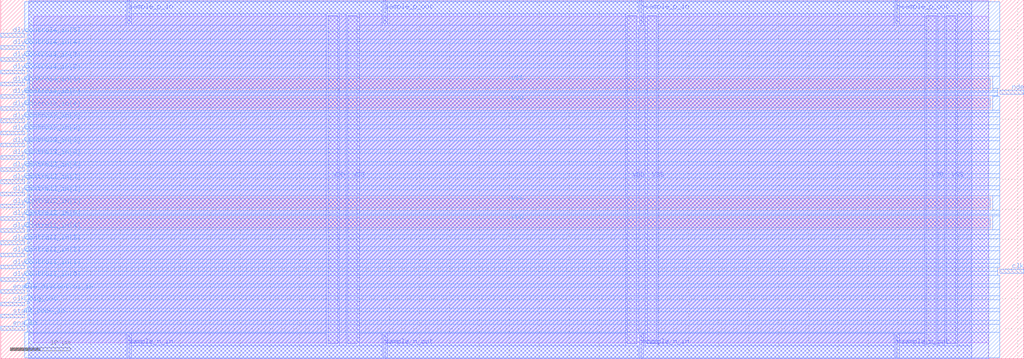
<source format=lef>
VERSION 5.7 ;
  NOWIREEXTENSIONATPIN ON ;
  DIVIDERCHAR "/" ;
  BUSBITCHARS "[]" ;
MACRO adc_clkgen_with_edgedetect
  CLASS BLOCK ;
  FOREIGN adc_clkgen_with_edgedetect ;
  ORIGIN 0.000 0.000 ;
  SIZE 171.000 BY 60.000 ;
  PIN VDD
    DIRECTION INOUT ;
    USE POWER ;
    PORT
      LAYER met2 ;
        RECT 54.720 2.480 56.320 57.360 ;
    END
    PORT
      LAYER met2 ;
        RECT 104.720 2.480 106.320 57.360 ;
    END
    PORT
      LAYER met2 ;
        RECT 154.720 2.480 156.320 57.360 ;
    END
    PORT
      LAYER met3 ;
        RECT 5.280 21.920 165.380 23.520 ;
    END
    PORT
      LAYER met3 ;
        RECT 5.280 41.920 165.380 43.520 ;
    END
  END VDD
  PIN VSS
    DIRECTION INOUT ;
    USE GROUND ;
    PORT
      LAYER met2 ;
        RECT 58.020 2.480 59.620 57.360 ;
    END
    PORT
      LAYER met2 ;
        RECT 108.020 2.480 109.620 57.360 ;
    END
    PORT
      LAYER met2 ;
        RECT 158.020 2.480 159.620 57.360 ;
    END
    PORT
      LAYER met3 ;
        RECT 5.280 25.220 165.380 26.820 ;
    END
    PORT
      LAYER met3 ;
        RECT 5.280 45.220 165.380 46.820 ;
    END
  END VSS
  PIN clk_comp_out
    DIRECTION OUTPUT TRISTATE ;
    USE SIGNAL ;
    PORT
      LAYER met3 ;
        RECT 167.000 14.320 171.000 14.920 ;
    END
  END clk_comp_out
  PIN clk_dig_out
    DIRECTION OUTPUT TRISTATE ;
    USE SIGNAL ;
    PORT
      LAYER met3 ;
        RECT 0.000 8.880 4.000 9.480 ;
    END
  END clk_dig_out
  PIN dlycontrol1_in[0]
    DIRECTION INPUT ;
    USE SIGNAL ;
    PORT
      LAYER met3 ;
        RECT 0.000 12.960 4.000 13.560 ;
    END
  END dlycontrol1_in[0]
  PIN dlycontrol1_in[1]
    DIRECTION INPUT ;
    USE SIGNAL ;
    PORT
      LAYER met3 ;
        RECT 0.000 15.000 4.000 15.600 ;
    END
  END dlycontrol1_in[1]
  PIN dlycontrol1_in[2]
    DIRECTION INPUT ;
    USE SIGNAL ;
    PORT
      LAYER met3 ;
        RECT 0.000 17.040 4.000 17.640 ;
    END
  END dlycontrol1_in[2]
  PIN dlycontrol1_in[3]
    DIRECTION INPUT ;
    USE SIGNAL ;
    PORT
      LAYER met3 ;
        RECT 0.000 19.080 4.000 19.680 ;
    END
  END dlycontrol1_in[3]
  PIN dlycontrol1_in[4]
    DIRECTION INPUT ;
    USE SIGNAL ;
    PORT
      LAYER met3 ;
        RECT 0.000 21.120 4.000 21.720 ;
    END
  END dlycontrol1_in[4]
  PIN dlycontrol2_in[0]
    DIRECTION INPUT ;
    USE SIGNAL ;
    PORT
      LAYER met3 ;
        RECT 0.000 23.160 4.000 23.760 ;
    END
  END dlycontrol2_in[0]
  PIN dlycontrol2_in[1]
    DIRECTION INPUT ;
    USE SIGNAL ;
    PORT
      LAYER met3 ;
        RECT 0.000 25.200 4.000 25.800 ;
    END
  END dlycontrol2_in[1]
  PIN dlycontrol2_in[2]
    DIRECTION INPUT ;
    USE SIGNAL ;
    PORT
      LAYER met3 ;
        RECT 0.000 27.240 4.000 27.840 ;
    END
  END dlycontrol2_in[2]
  PIN dlycontrol2_in[3]
    DIRECTION INPUT ;
    USE SIGNAL ;
    PORT
      LAYER met3 ;
        RECT 0.000 29.280 4.000 29.880 ;
    END
  END dlycontrol2_in[3]
  PIN dlycontrol2_in[4]
    DIRECTION INPUT ;
    USE SIGNAL ;
    PORT
      LAYER met3 ;
        RECT 0.000 31.320 4.000 31.920 ;
    END
  END dlycontrol2_in[4]
  PIN dlycontrol3_in[0]
    DIRECTION INPUT ;
    USE SIGNAL ;
    PORT
      LAYER met3 ;
        RECT 0.000 33.360 4.000 33.960 ;
    END
  END dlycontrol3_in[0]
  PIN dlycontrol3_in[1]
    DIRECTION INPUT ;
    USE SIGNAL ;
    PORT
      LAYER met3 ;
        RECT 0.000 35.400 4.000 36.000 ;
    END
  END dlycontrol3_in[1]
  PIN dlycontrol3_in[2]
    DIRECTION INPUT ;
    USE SIGNAL ;
    PORT
      LAYER met3 ;
        RECT 0.000 37.440 4.000 38.040 ;
    END
  END dlycontrol3_in[2]
  PIN dlycontrol3_in[3]
    DIRECTION INPUT ;
    USE SIGNAL ;
    PORT
      LAYER met3 ;
        RECT 0.000 39.480 4.000 40.080 ;
    END
  END dlycontrol3_in[3]
  PIN dlycontrol3_in[4]
    DIRECTION INPUT ;
    USE SIGNAL ;
    PORT
      LAYER met3 ;
        RECT 0.000 41.520 4.000 42.120 ;
    END
  END dlycontrol3_in[4]
  PIN dlycontrol4_in[0]
    DIRECTION INPUT ;
    USE SIGNAL ;
    PORT
      LAYER met3 ;
        RECT 0.000 43.560 4.000 44.160 ;
    END
  END dlycontrol4_in[0]
  PIN dlycontrol4_in[1]
    DIRECTION INPUT ;
    USE SIGNAL ;
    PORT
      LAYER met3 ;
        RECT 0.000 45.600 4.000 46.200 ;
    END
  END dlycontrol4_in[1]
  PIN dlycontrol4_in[2]
    DIRECTION INPUT ;
    USE SIGNAL ;
    PORT
      LAYER met3 ;
        RECT 0.000 47.640 4.000 48.240 ;
    END
  END dlycontrol4_in[2]
  PIN dlycontrol4_in[3]
    DIRECTION INPUT ;
    USE SIGNAL ;
    PORT
      LAYER met3 ;
        RECT 0.000 49.680 4.000 50.280 ;
    END
  END dlycontrol4_in[3]
  PIN dlycontrol4_in[4]
    DIRECTION INPUT ;
    USE SIGNAL ;
    PORT
      LAYER met3 ;
        RECT 0.000 51.720 4.000 52.320 ;
    END
  END dlycontrol4_in[4]
  PIN dlycontrol4_in[5]
    DIRECTION INPUT ;
    USE SIGNAL ;
    PORT
      LAYER met3 ;
        RECT 0.000 53.760 4.000 54.360 ;
    END
  END dlycontrol4_in[5]
  PIN ena_in
    DIRECTION INPUT ;
    USE SIGNAL ;
    PORT
      LAYER met3 ;
        RECT 0.000 4.800 4.000 5.400 ;
    END
  END ena_in
  PIN enable_dlycontrol_in
    DIRECTION INPUT ;
    USE SIGNAL ;
    PORT
      LAYER met3 ;
        RECT 0.000 10.920 4.000 11.520 ;
    END
  END enable_dlycontrol_in
  PIN ndecision_finish_in
    DIRECTION INPUT ;
    USE SIGNAL ;
    PORT
      LAYER met3 ;
        RECT 167.000 44.240 171.000 44.840 ;
    END
  END ndecision_finish_in
  PIN nsample_n_in
    DIRECTION INPUT ;
    USE SIGNAL ;
    PORT
      LAYER met2 ;
        RECT 106.810 0.000 107.090 4.000 ;
    END
  END nsample_n_in
  PIN nsample_n_out
    DIRECTION OUTPUT TRISTATE ;
    USE SIGNAL ;
    PORT
      LAYER met2 ;
        RECT 149.590 0.000 149.870 4.000 ;
    END
  END nsample_n_out
  PIN nsample_p_in
    DIRECTION INPUT ;
    USE SIGNAL ;
    PORT
      LAYER met2 ;
        RECT 106.810 56.000 107.090 60.000 ;
    END
  END nsample_p_in
  PIN nsample_p_out
    DIRECTION OUTPUT TRISTATE ;
    USE SIGNAL ;
    PORT
      LAYER met2 ;
        RECT 149.590 56.000 149.870 60.000 ;
    END
  END nsample_p_out
  PIN sample_n_in
    DIRECTION INPUT ;
    USE SIGNAL ;
    PORT
      LAYER met2 ;
        RECT 21.250 0.000 21.530 4.000 ;
    END
  END sample_n_in
  PIN sample_n_out
    DIRECTION OUTPUT TRISTATE ;
    USE SIGNAL ;
    PORT
      LAYER met2 ;
        RECT 64.030 0.000 64.310 4.000 ;
    END
  END sample_n_out
  PIN sample_p_in
    DIRECTION INPUT ;
    USE SIGNAL ;
    PORT
      LAYER met2 ;
        RECT 21.250 56.000 21.530 60.000 ;
    END
  END sample_p_in
  PIN sample_p_out
    DIRECTION OUTPUT TRISTATE ;
    USE SIGNAL ;
    PORT
      LAYER met2 ;
        RECT 64.030 56.000 64.310 60.000 ;
    END
  END sample_p_out
  PIN start_conv_in
    DIRECTION INPUT ;
    USE SIGNAL ;
    PORT
      LAYER met3 ;
        RECT 0.000 6.840 4.000 7.440 ;
    END
  END start_conv_in
  OBS
      LAYER li1 ;
        RECT 5.520 2.635 165.140 57.205 ;
      LAYER met1 ;
        RECT 4.670 0.040 165.140 59.800 ;
      LAYER met2 ;
        RECT 4.690 55.720 20.970 59.830 ;
        RECT 21.810 57.640 63.750 59.830 ;
        RECT 21.810 55.720 54.440 57.640 ;
        RECT 4.690 4.280 54.440 55.720 ;
        RECT 4.690 0.010 20.970 4.280 ;
        RECT 21.810 2.200 54.440 4.280 ;
        RECT 56.600 2.200 57.740 57.640 ;
        RECT 59.900 55.720 63.750 57.640 ;
        RECT 64.590 57.640 106.530 59.830 ;
        RECT 107.370 57.640 149.310 59.830 ;
        RECT 64.590 55.720 104.440 57.640 ;
        RECT 107.370 55.720 107.740 57.640 ;
        RECT 59.900 4.280 104.440 55.720 ;
        RECT 106.600 4.280 107.740 55.720 ;
        RECT 59.900 2.200 63.750 4.280 ;
        RECT 21.810 0.010 63.750 2.200 ;
        RECT 64.590 2.200 104.440 4.280 ;
        RECT 107.370 2.200 107.740 4.280 ;
        RECT 109.900 55.720 149.310 57.640 ;
        RECT 150.150 57.640 162.280 59.830 ;
        RECT 150.150 55.720 154.440 57.640 ;
        RECT 109.900 4.280 154.440 55.720 ;
        RECT 109.900 2.200 149.310 4.280 ;
        RECT 64.590 0.010 106.530 2.200 ;
        RECT 107.370 0.010 149.310 2.200 ;
        RECT 150.150 2.200 154.440 4.280 ;
        RECT 156.600 2.200 157.740 57.640 ;
        RECT 159.900 2.200 162.280 57.640 ;
        RECT 150.150 0.010 162.280 2.200 ;
      LAYER met3 ;
        RECT 3.990 54.760 167.000 59.665 ;
        RECT 4.400 53.360 167.000 54.760 ;
        RECT 3.990 52.720 167.000 53.360 ;
        RECT 4.400 51.320 167.000 52.720 ;
        RECT 3.990 50.680 167.000 51.320 ;
        RECT 4.400 49.280 167.000 50.680 ;
        RECT 3.990 48.640 167.000 49.280 ;
        RECT 4.400 47.240 167.000 48.640 ;
        RECT 3.990 47.220 167.000 47.240 ;
        RECT 3.990 46.600 4.880 47.220 ;
        RECT 4.400 45.200 4.880 46.600 ;
        RECT 3.990 44.820 4.880 45.200 ;
        RECT 165.780 45.240 167.000 47.220 ;
        RECT 165.780 44.820 166.600 45.240 ;
        RECT 3.990 44.560 166.600 44.820 ;
        RECT 4.400 43.920 166.600 44.560 ;
        RECT 4.400 43.160 4.880 43.920 ;
        RECT 3.990 42.520 4.880 43.160 ;
        RECT 4.400 41.520 4.880 42.520 ;
        RECT 165.780 43.840 166.600 43.920 ;
        RECT 165.780 41.520 167.000 43.840 ;
        RECT 4.400 41.120 167.000 41.520 ;
        RECT 3.990 40.480 167.000 41.120 ;
        RECT 4.400 39.080 167.000 40.480 ;
        RECT 3.990 38.440 167.000 39.080 ;
        RECT 4.400 37.040 167.000 38.440 ;
        RECT 3.990 36.400 167.000 37.040 ;
        RECT 4.400 35.000 167.000 36.400 ;
        RECT 3.990 34.360 167.000 35.000 ;
        RECT 4.400 32.960 167.000 34.360 ;
        RECT 3.990 32.320 167.000 32.960 ;
        RECT 4.400 30.920 167.000 32.320 ;
        RECT 3.990 30.280 167.000 30.920 ;
        RECT 4.400 28.880 167.000 30.280 ;
        RECT 3.990 28.240 167.000 28.880 ;
        RECT 4.400 27.220 167.000 28.240 ;
        RECT 4.400 26.840 4.880 27.220 ;
        RECT 3.990 26.200 4.880 26.840 ;
        RECT 4.400 24.820 4.880 26.200 ;
        RECT 165.780 24.820 167.000 27.220 ;
        RECT 4.400 24.800 167.000 24.820 ;
        RECT 3.990 24.160 167.000 24.800 ;
        RECT 4.400 23.920 167.000 24.160 ;
        RECT 4.400 22.760 4.880 23.920 ;
        RECT 3.990 22.120 4.880 22.760 ;
        RECT 4.400 21.520 4.880 22.120 ;
        RECT 165.780 21.520 167.000 23.920 ;
        RECT 4.400 20.720 167.000 21.520 ;
        RECT 3.990 20.080 167.000 20.720 ;
        RECT 4.400 18.680 167.000 20.080 ;
        RECT 3.990 18.040 167.000 18.680 ;
        RECT 4.400 16.640 167.000 18.040 ;
        RECT 3.990 16.000 167.000 16.640 ;
        RECT 4.400 15.320 167.000 16.000 ;
        RECT 4.400 14.600 166.600 15.320 ;
        RECT 3.990 13.960 166.600 14.600 ;
        RECT 4.400 13.920 166.600 13.960 ;
        RECT 4.400 12.560 167.000 13.920 ;
        RECT 3.990 11.920 167.000 12.560 ;
        RECT 4.400 10.520 167.000 11.920 ;
        RECT 3.990 9.880 167.000 10.520 ;
        RECT 4.400 8.480 167.000 9.880 ;
        RECT 3.990 7.840 167.000 8.480 ;
        RECT 4.400 6.440 167.000 7.840 ;
        RECT 3.990 5.800 167.000 6.440 ;
        RECT 4.400 4.400 167.000 5.800 ;
        RECT 3.990 0.175 167.000 4.400 ;
  END
END adc_clkgen_with_edgedetect
END LIBRARY


</source>
